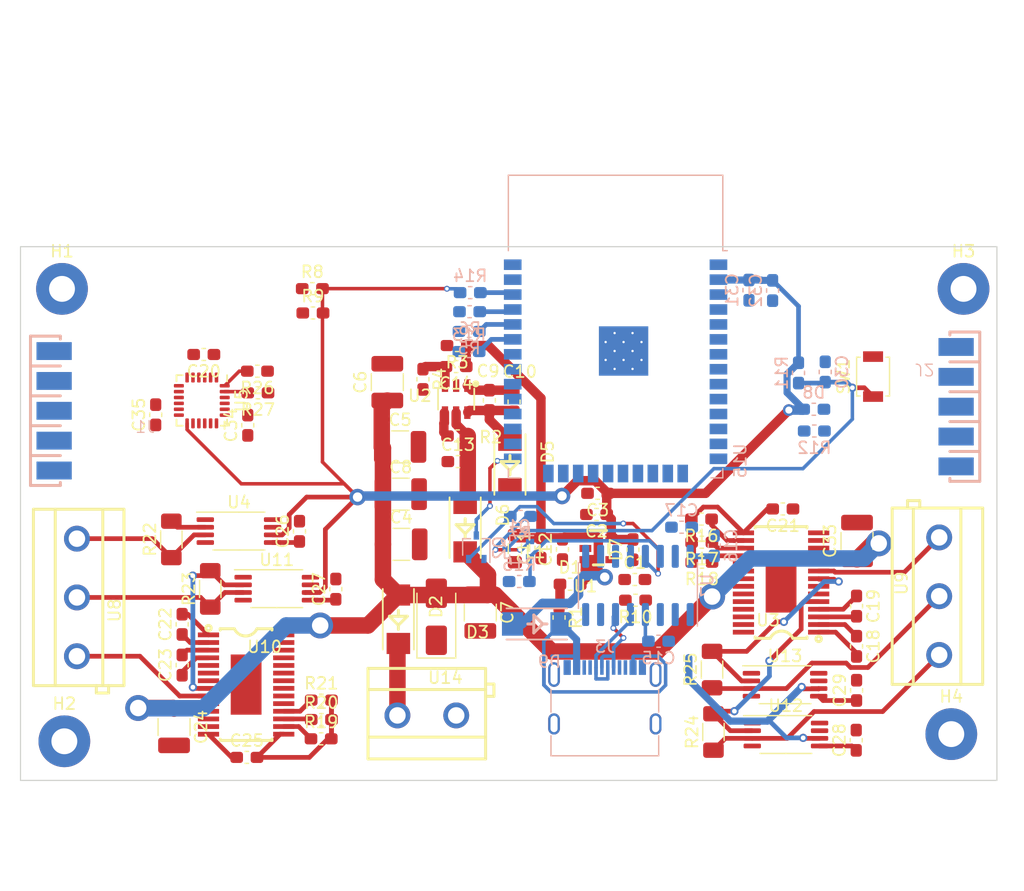
<source format=kicad_pcb>
(kicad_pcb (version 20221018) (generator pcbnew)
  (layers (0 "F.Cu" signal) (31 "B.Cu" signal) (34 "B.Paste" user) (35 "F.Paste" user) (36 "B.SilkS" user "B.Silkscreen") (37 "F.SilkS" user "F.Silkscreen") (38 "B.Mask" user) (39 "F.Mask" user) (44 "Edge.Cuts" user))
  (net 0 "")
  (net 1 "Net-(U1-BYPASS)")
  (net 2 "GND")
  (net 3 "+3V3")
  (net 4 "VCC")
  (net 5 "Net-(U2-BS)")
  (net 6 "Net-(D5-K)")
  (net 7 "+5V")
  (net 8 "Net-(D6-K)")
  (net 9 "Net-(U2-FB)")
  (net 10 "Net-(U7-V3)")
  (net 11 "Net-(U3-CP2)")
  (net 12 "Net-(U3-CP1)")
  (net 13 "Net-(C19-Pad1)")
  (net 14 "Net-(U3-VCP)")
  (net 15 "Net-(U3-V3P3OUT)")
  (net 16 "Net-(U10-CP2)")
  (net 17 "Net-(U10-CP1)")
  (net 18 "Net-(C23-Pad1)")
  (net 19 "Net-(U10-VCP)")
  (net 20 "Net-(U10-V3P3OUT)")
  (net 21 "Net-(U4-V+)")
  (net 22 "Net-(U11-V+)")
  (net 23 "Net-(U12-V+)")
  (net 24 "Net-(U13-V+)")
  (net 25 "/EN")
  (net 26 "Net-(D1-K)")
  (net 27 "Net-(D2-A)")
  (net 28 "Net-(D7-K)")
  (net 29 "Net-(D8-K)")
  (net 30 "Net-(Q1-B)")
  (net 31 "/RTS")
  (net 32 "Net-(Q2-B)")
  (net 33 "/DTR")
  (net 34 "/GPIO0")
  (net 35 "Net-(U2-EN)")
  (net 36 "Net-(U7-TXD)")
  (net 37 "/RXD")
  (net 38 "Net-(U7-RXD)")
  (net 39 "/TXD")
  (net 40 "/I2C1_SCL")
  (net 41 "/I2C1_SDA")
  (net 42 "/I2C2_SCL")
  (net 43 "/I2C2_SDA")
  (net 44 "Net-(U3-RESET#)")
  (net 45 "Net-(U3-SLEEP#)")
  (net 46 "/DRV2_FAULT")
  (net 47 "Net-(U10-RESET#)")
  (net 48 "Net-(U10-SLEEP#)")
  (net 49 "/DRV1_FAULT")
  (net 50 "/M1_OUT1_N")
  (net 51 "/M1_OUT1_P")
  (net 52 "/M1_OUT2_N")
  (net 53 "/M1_OUT2_P")
  (net 54 "/M2_OUT1_N")
  (net 55 "/M2_OUT1_P")
  (net 56 "/M2_OUT2_N")
  (net 57 "/M2_OUT2_P")
  (net 58 "/M2_OUT3")
  (net 61 "/DRV2_EN")
  (net 62 "/M2_IN3")
  (net 63 "/M2_IN2")
  (net 64 "/M2_IN1")
  (net 65 "/M1_OUT1_CS")
  (net 66 "/D+")
  (net 67 "/D-")
  (net 75 "/M1_OUT3")
  (net 78 "/DRV1_EN")
  (net 79 "/M1_IN3")
  (net 80 "/M1_IN2")
  (net 81 "/M1_IN1")
  (net 82 "/M1_OUT2_CS")
  (net 83 "/M2_OUT1_CS")
  (net 84 "/M2_OUT2_CS")
  (net 96 "Net-(D9-A)")
  (net 111 "/LED")
  (net 112 "Net-(U5-VLOGIC)")
  (net 113 "Net-(U5-CPOUT)")
  (net 114 "Net-(U5-REGOUT)")
  (net 115 "Net-(U5-SDA)")
  (net 116 "Net-(U5-SCL)")
  (footprint "Capacitor_SMD:C_0603_1608Metric_Pad1.08x0.95mm_HandSolder" (layer "F.Cu") (at 83.9675 91.29 90)
    (fp_text reference "C12")
    (fp_text value "10u")
  )
  (footprint "Capacitor_SMD:C_0603_1608Metric_Pad1.08x0.95mm_HandSolder" (layer "F.Cu") (at 58.06 77.97 180)
    (fp_text reference "R27")
    (fp_text value "47R")
  )
  (footprint "kicad_lceda:DO-214AC_L5.0-W2.5-LS5.0-FD" (layer "F.Cu") (at 70.01 97.23 -90)
    (fp_text reference "D2")
    (fp_text value "1N4003")
  )
  (footprint "Capacitor_SMD:C_0603_1608Metric_Pad1.08x0.95mm_HandSolder" (layer "F.Cu") (at 75.05 81.64 180)
    (fp_text reference "R2")
    (fp_text value "1M")
  )
  (footprint "Capacitor_SMD:C_0603_1608Metric_Pad1.08x0.95mm_HandSolder" (layer "F.Cu") (at 102.71 87.85 180)
    (fp_text reference "C21")
    (fp_text value "470n")
  )
  (footprint "Capacitor_SMD:C_0603_1608Metric_Pad1.08x0.95mm_HandSolder" (layer "F.Cu") (at 108.95375 107.519 90)
    (fp_text reference "C28")
    (fp_text value "100n")
  )
  (footprint "Capacitor_SMD:C_0603_1608Metric_Pad1.08x0.95mm_HandSolder" (layer "F.Cu") (at 82.1375 91.1625 90)
    (fp_text reference "C11")
    (fp_text value "100n")
  )
  (footprint "Capacitor_SMD:C_0603_1608Metric_Pad1.08x0.95mm_HandSolder" (layer "F.Cu") (at 63.44 107.4)
    (fp_text reference "R19")
    (fp_text value "10k")
  )
  (footprint "Capacitor_SMD:C_0603_1608Metric_Pad1.08x0.95mm_HandSolder" (layer "F.Cu") (at 64.69 94.67 90)
    (fp_text reference "C27")
    (fp_text value "100n")
  )
  (footprint "MountingHole:MountingHole_2.2mm_M2_Pad" (layer "F.Cu") (at 118.08 69.13)
    (fp_text reference "H3")
    (fp_text value "MountingHole")
  )
  (footprint "Capacitor_SMD:C_0603_1608Metric_Pad1.08x0.95mm_HandSolder" (layer "F.Cu") (at 53.46 74.71 180)
    (fp_text reference "C20")
    (fp_text value "100n")
  )
  (footprint "kicad_lceda:TSSOP-28_L9.7-W4.4-P0.65-LS6.4-TL-EP-2" (layer "F.Cu") (at 57.06 102.785)
    (fp_text reference "U10")
    (fp_text value "DRV8313PWP")
  )
  (footprint "kicad_lceda:DO-214AC_L5.0-W2.5-LS5.0-FD" (layer "F.Cu") (at 79.5 84.07 -90)
    (fp_text reference "D5")
    (fp_text value "1N4003")
  )
  (footprint "Button_Switch_SMD:SW_SPST_B3U-1000P" (layer "F.Cu") (at 110.385 76.59 90)
    (fp_text reference "SW1")
    (fp_text value "SW_Push")
  )
  (footprint "Package_SO:TSSOP-8_4.4x3mm_P0.65mm" (layer "F.Cu") (at 102.9725 107.035)
    (fp_text reference "U12")
    (fp_text value "INA240A2PW")
  )
  (footprint "Capacitor_SMD:C_0603_1608Metric_Pad1.08x0.95mm_HandSolder" (layer "F.Cu") (at 90.12 93.85)
    (fp_text reference "C1")
    (fp_text value "10n")
  )
  (footprint "Package_SO:TSSOP-8_4.4x3mm_P0.65mm" (layer "F.Cu") (at 59.67 94.63)
    (fp_text reference "U11")
    (fp_text value "INA240A2PW")
  )
  (footprint "Resistor_SMD:R_1206_3216Metric_Pad1.30x1.75mm_HandSolder" (layer "F.Cu") (at 54.01 94.65 90)
    (fp_text reference "R23")
    (fp_text value "0.01R")
  )
  (footprint "Capacitor_SMD:C_0603_1608Metric_Pad1.08x0.95mm_HandSolder" (layer "F.Cu") (at 90.18 95.61 180)
    (fp_text reference "R10")
    (fp_text value "10k")
  )
  (footprint "Capacitor_SMD:C_0603_1608Metric_Pad1.08x0.95mm_HandSolder" (layer "F.Cu") (at 57.2 80.73 90)
    (fp_text reference "C34")
    (fp_text value "2.2u")
  )
  (footprint "kicad_lceda:CONN-TH_3P-P5.00_KF301-5.0-3P" (layer "F.Cu") (at 42.67 95.376 -90)
    (fp_text reference "U8")
    (fp_text value "KF301-5.0-3P")
  )
  (footprint "Capacitor_SMD:C_0603_1608Metric_Pad1.08x0.95mm_HandSolder" (layer "F.Cu") (at 95.8275 92.38 180)
    (fp_text reference "R18")
    (fp_text value "10k")
  )
  (footprint "Package_SO:TSSOP-8_4.4x3mm_P0.65mm" (layer "F.Cu") (at 102.9 102.8)
    (fp_text reference "U13")
    (fp_text value "INA240A2PW")
  )
  (footprint "kicad_lceda:CONN-TH_3P-P5.00_KF301-5.0-3P" (layer "F.Cu") (at 116.01 95.27 90)
    (fp_text reference "U9")
    (fp_text value "KF301-5.0-3P")
  )
  (footprint "Capacitor_SMD:C_0603_1608Metric_Pad1.08x0.95mm_HandSolder" (layer "F.Cu") (at 86.8675 88.32 180)
    (fp_text reference "C2")
    (fp_text value "100n")
  )
  (footprint "Capacitor_SMD:C_0603_1608Metric_Pad1.08x0.95mm_HandSolder" (layer "F.Cu") (at 62.7425 71.18)
    (fp_text reference "R9")
    (fp_text value "4.7k")
  )
  (footprint "Capacitor_SMD:C_0603_1608Metric_Pad1.08x0.95mm_HandSolder" (layer "F.Cu") (at 72.1 76.82 -90)
    (fp_text reference "R4")
    (fp_text value "1.8k")
  )
  (footprint "Sensor_Motion:InvenSense_QFN-24_4x4mm_P0.5mm" (layer "F.Cu") (at 53.29 78.62 -90)
    (fp_text reference "U5")
    (fp_text value "MPU-6050")
  )
  (footprint "Capacitor_SMD:C_0603_1608Metric_Pad1.08x0.95mm_HandSolder" (layer "F.Cu") (at 51.62 101.1295 90)
    (fp_text reference "C23")
    (fp_text value "100n")
  )
  (footprint "Resistor_SMD:R_1206_3216Metric_Pad1.30x1.75mm_HandSolder" (layer "F.Cu") (at 50.7 90.44 90)
    (fp_text reference "R22")
    (fp_text value "0.01R")
  )
  (footprint "Inductor_SMD:L_0805_2012Metric_Pad1.05x1.20mm_HandSolder" (layer "F.Cu") (at 79.9175 91.23 90)
    (fp_text reference "L1")
    (fp_text value "6.8u")
  )
  (footprint "Capacitor_SMD:C_0603_1608Metric_Pad1.08x0.95mm_HandSolder" (layer "F.Cu") (at 77.75 78.61 -90)
    (fp_text reference "C9")
    (fp_text value "100n")
  )
  (footprint "Capacitor_SMD:C_0603_1608Metric_Pad1.08x0.95mm_HandSolder" (layer "F.Cu") (at 75.08 83.82)
    (fp_text reference "C13")
    (fp_text value "10u")
  )
  (footprint "Capacitor_SMD:C_0603_1608Metric_Pad1.08x0.95mm_HandSolder" (layer "F.Cu") (at 57.12 108.98)
    (fp_text reference "C25")
    (fp_text value "470n")
  )
  (footprint "Capacitor_SMD:C_0603_1608Metric_Pad1.08x0.95mm_HandSolder" (layer "F.Cu") (at 51.62 97.6645 90)
    (fp_text reference "C22")
    (fp_text value "100n")
  )
  (footprint "Capacitor_SMD:C_0603_1608Metric_Pad1.08x0.95mm_HandSolder" (layer "F.Cu") (at 79.85 78.73 -90)
    (fp_text reference "C10")
    (fp_text value "100n")
  )
  (footprint "Capacitor_SMD:C_0603_1608Metric_Pad1.08x0.95mm_HandSolder" (layer "F.Cu") (at 89.9575 91.31 90)
    (fp_text reference "D7")
    (fp_text value "LED")
  )
  (footprint "Capacitor_SMD:C_1210_3225Metric_Pad1.33x2.70mm_HandSolder" (layer "F.Cu") (at 69.07 77.0625 90)
    (fp_text reference "C6")
    (fp_text value "100u")
  )
  (footprint "Capacitor_SMD:C_0603_1608Metric_Pad1.08x0.95mm_HandSolder" (layer "F.Cu") (at 49.37 79.84 90)
    (fp_text reference "C35")
    (fp_text value "100n")
  )
  (footprint "Resistor_SMD:R_1206_3216Metric_Pad1.30x1.75mm_HandSolder" (layer "F.Cu") (at 96.81 106.82 90)
    (fp_text reference "R24")
    (fp_text value "0.01R")
  )
  (footprint "Capacitor_SMD:C_0603_1608Metric_Pad1.08x0.95mm_HandSolder" (layer "F.Cu") (at 74.92 75.74 180)
    (fp_text reference "C14")
    (fp_text value "100p")
  )
  (footprint "Capacitor_SMD:C_0603_1608Metric_Pad1.08x0.95mm_HandSolder" (layer "F.Cu") (at 95.79 88.71 180)
    (fp_text reference "R16")
    (fp_text value "10k")
  )
  (footprint "Capacitor_SMD:C_0603_1608Metric_Pad1.08x0.95mm_HandSolder" (layer "F.Cu") (at 63.4575 104.11)
    (fp_text reference "R21")
    (fp_text value "10k")
  )
  (footprint "Capacitor_SMD:C_1210_3225Metric_Pad1.33x2.70mm_HandSolder" (layer "F.Cu") (at 70.26 90.86)
    (fp_text reference "C4")
    (fp_text value "100u")
  )
  (footprint "Capacitor_SMD:C_1210_3225Metric_Pad1.33x2.70mm_HandSolder" (layer "F.Cu") (at 50.93 106.397 -90)
    (fp_text reference "C24")
    (fp_text value "100u")
  )
  (footprint "kicad_lceda:SOT-23-6_L2.9-W1.6-P0.95-LS2.8-BL" (layer "F.Cu") (at 74.9235 78.5075 180)
    (fp_text reference "U2")
    (fp_text value "ME3116AM6G")
  )
  (footprint "kicad_lceda:CONN-TH_P5.00_KF301-5.0-2P" (layer "F.Cu") (at 72.43 105.41)
    (fp_text reference "U14")
    (fp_text value "KF301-5.0-2P")
  )
  (footprint "Package_SO:TSSOP-8_4.4x3mm_P0.65mm" (layer "F.Cu") (at 56.45 89.73)
    (fp_text reference "U4")
    (fp_text value "INA240A2PW")
  )
  (footprint "Diode_SMD:D_SMA" (layer "F.Cu") (at 73.24 97.02 90)
    (fp_text reference "D3")
    (fp_text value "SMAJ15CA")
  )
  (footprint "Capacitor_SMD:C_0603_1608Metric_Pad1.08x0.95mm_HandSolder" (layer "F.Cu") (at 86.96 86.52 180)
    (fp_text reference "C3")
    (fp_text value "10u")
  )
  (footprint "Capacitor_SMD:C_1210_3225Metric_Pad1.33x2.70mm_HandSolder" (layer "F.Cu") (at 109.02 90.57 90)
    (fp_text reference "C33")
    (fp_text value "100u")
  )
  (footprint "Capacitor_SMD:C_0603_1608Metric_Pad1.08x0.95mm_HandSolder" (layer "F.Cu") (at 84.6175 94.25)
    (fp_text reference "D1")
    (fp_text value "Red")
  )
  (footprint "Capacitor_SMD:C_0603_1608Metric_Pad1.08x0.95mm_HandSolder" (layer "F.Cu") (at 108.98 99.5325 -90)
    (fp_text reference "C18")
    (fp_text value "100n")
  )
  (footprint "MountingHole:MountingHole_2.2mm_M2_Pad" (layer "F.Cu") (at 41.4 69.13)
    (fp_text reference "H1")
    (fp_text value "MountingHole")
  )
  (footprint "Capacitor_SMD:C_1210_3225Metric_Pad1.33x2.70mm_HandSolder" (layer "F.Cu") (at 70.21 86.59)
    (fp_text reference "C8")
    (fp_text value "100u")
  )
  (footprint "Capacitor_SMD:C_0603_1608Metric_Pad1.08x0.95mm_HandSolder" (layer "F.Cu") (at 62.6925 69.11)
    (fp_text reference "R8")
    (fp_text value "4.7k")
  )
  (footprint "Capacitor_SMD:C_0603_1608Metric_Pad1.08x0.95mm_HandSolder" (layer "F.Cu") (at 95.8175 90.68 180)
    (fp_text reference "R17")
    (fp_text value "10k")
  )
  (footprint "Resistor_SMD:R_1206_3216Metric_Pad1.30x1.75mm_HandSolder" (layer "F.Cu") (at 96.69 101.51 90)
    (fp_text reference "R25")
    (fp_text value "0.01R")
  )
  (footprint "Capacitor_SMD:C_1210_3225Metric_Pad1.33x2.70mm_HandSolder" (layer "F.Cu") (at 70.16 82.57)
    (fp_text reference "C5")
    (fp_text value "100u")
  )
  (footprint "MountingHole:MountingHole_2.2mm_M2_Pad" (layer "F.Cu") (at 117.04 107)
    (fp_text reference "H4")
    (fp_text value "MountingHole")
  )
  (footprint "Capacitor_SMD:C_0603_1608Metric_Pad1.08x0.95mm_HandSolder" (layer "F.Cu") (at 75.01 73.95 180)
    (fp_text reference "R3")
    (fp_text value "10k")
  )
  (footprint "Capacitor_SMD:C_0603_1608Metric_Pad1.08x0.95mm_HandSolder" (layer "F.Cu") (at 108.98 96.1125 -90)
    (fp_text reference "C19")
    (fp_text value "100n")
  )
  (footprint "kicad_lceda:SOT-23-5_L2.9-W1.6-P0.95-LS2.8-BR" (layer "F.Cu") (at 87.0175 91.21 180)
    (fp_text reference "U1")
    (fp_text value "LP2992IM5X-5.0/NOPB")
  )
  (footprint "Capacitor_SMD:C_0603_1608Metric_Pad1.08x0.95mm_HandSolder" (layer "F.Cu") (at 83.6775 97.08 -90)
    (fp_text reference "R1")
    (fp_text value "2k")
  )
  (footprint "Capacitor_SMD:C_1210_3225Metric_Pad1.33x2.70mm_HandSolder" (layer "F.Cu") (at 76.98 96.66 -90)
    (fp_text reference "C7")
    (fp_text value "100u")
  )
  (footprint "Capacitor_SMD:C_0603_1608Metric_Pad1.08x0.95mm_HandSolder" (layer "F.Cu") (at 108.98375 103.279 90)
    (fp_text reference "C29")
    (fp_text value "100n")
  )
  (footprint "MountingHole:MountingHole_2.2mm_M2_Pad" (layer "F.Cu") (at 41.6 107.61)
    (fp_text reference "H2")
    (fp_text value "MountingHole")
  )
  (footprint "kicad_lceda:DO-214AC_L5.0-W2.5-LS5.0-FD" (layer "F.Cu") (at 75.69 89.44 -90)
    (fp_text reference "D6")
    (fp_text value "1N4003")
  )
  (footprint "Capacitor_SMD:C_0603_1608Metric_Pad1.08x0.95mm_HandSolder" (layer "F.Cu") (at 61.6 89.7525 90)
    (fp_text reference "C26")
    (fp_text value "100n")
  )
  (footprint "Capacitor_SMD:C_0603_1608Metric_Pad1.08x0.95mm_HandSolder" (layer "F.Cu") (at 63.46 105.76)
    (fp_text reference "R20")
    (fp_text value "10k")
  )
  (footprint "Capacitor_SMD:C_0603_1608Metric_Pad1.08x0.95mm_HandSolder" (layer "F.Cu") (at 58.02 76.13 180)
    (fp_text reference "R26")
    (fp_text value "47R")
  )
  (footprint "kicad_lceda:TSSOP-28_L9.7-W4.4-P0.65-LS6.4-TL-EP-2" (layer "F.Cu") (at 102.56 94.105 180)
    (fp_text reference "U3")
    (fp_text value "DRV8313PWP")
  )
  (footprint "Capacitor_SMD:C_0603_1608Metric_Pad1.08x0.95mm_HandSolder" (layer "B.Cu") (at 106.315 76.1975 90)
    (fp_text reference "C30")
    (fp_text value "1u")
  )
  (footprint "Connector_USB:USB_C_Receptacle_G-Switch_GT-USB-7010ASV" (layer "B.Cu") (at 87.57 105.06 180)
    (fp_text reference "J3")
    (fp_text value "USB_C_Receptacle_USB2.0")
  )
  (footprint "Capacitor_SMD:C_0603_1608Metric_Pad1.08x0.95mm_HandSolder" (layer "B.Cu") (at 80.29 94.02 180)
    (fp_text reference "R15")
    (fp_text value "10k")
  )
  (footprint "Capacitor_SMD:C_0603_1608Metric_Pad1.08x0.95mm_HandSolder" (layer "B.Cu") (at 80.39 88.48)
    (fp_text reference "R7")
    (fp_text value "10k")
  )
  (footprint "Capacitor_SMD:C_0603_1608Metric_Pad1.08x0.95mm_HandSolder" (layer "B.Cu") (at 105.3875 81.22)
    (fp_text reference "R12")
    (fp_text value "10k")
  )
  (footprint "Capacitor_SMD:C_0603_1608Metric_Pad1.08x0.95mm_HandSolder" (layer "B.Cu") (at 105.345 79.37 180)
    (fp_text reference "D8")
    (fp_text value "LED")
  )
  (footprint "Capacitor_SMD:C_0603_1608Metric_Pad1.08x0.95mm_HandSolder" (layer "B.Cu") (at 76.12 69.45 180)
    (fp_text reference "R14")
    (fp_text value "4.7k")
  )
  (footprint "Package_TO_SOT_SMD:SOT-323_SC-70" (layer "B.Cu") (at 80.21 91.27 180)
    (fp_text reference "Q1")
    (fp_text value "BC818W")
  )
  (footprint "kicad_lceda:DO-214AC_L5.0-W2.5-LS5.0-FD" (layer "B.Cu") (at 81.78 97.63)
    (fp_text reference "D9")
    (fp_text value "1N4003")
  )
  (footprint "Capacitor_SMD:C_0603_1608Metric_Pad1.08x0.95mm_HandSolder" (layer "B.Cu") (at 76.02 74.46 180)
    (fp_text reference "R13")
    (fp_text value "4.7k")
  )
  (footprint "Capacitor_SMD:C_0603_1608Metric_Pad1.08x0.95mm_HandSolder" (layer "B.Cu") (at 92.14 99.1)
    (fp_text reference "C15")
    (fp_text value "100n")
  )
  (footprint "Capacitor_SMD:C_0603_1608Metric_Pad1.08x0.95mm_HandSolder" (layer "B.Cu") (at 76.07 71.07)
    (fp_text reference "R6")
    (fp_text value "120R")
  )
  (footprint "RF_Module:ESP32-WROOM-32" (layer "B.Cu") (at 88.485 75.325 180)
    (fp_text reference "U15")
    (fp_text value "ESP32-WROOM-32")
  )
  (footprint "Capacitor_SMD:C_0603_1608Metric_Pad1.08x0.95mm_HandSolder" (layer "B.Cu") (at 101.84 69.27 -90)
    (fp_text reference "C32")
    (fp_text value "10u")
  )
  (footprint "Package_SO:SOIC-16_3.9x9.9mm_P1.27mm" (layer "B.Cu") (at 90.385 94.355 90)
    (fp_text reference "U7")
    (fp_text value "CH340C")
  )
  (footprint "kicad_lceda:connector_5p" (layer "B.Cu") (at 109.703 77.277)
    (fp_text reference "J2")
    (fp_text value "Conn_01x05")
  )
  (footprint "kicad_lceda:connector_5p" (layer "B.Cu") (at 48.477 81.373 180)
    (fp_text reference "J1")
    (fp_text value "Conn_01x05")
  )
  (footprint "Capacitor_SMD:C_0603_1608Metric_Pad1.08x0.95mm_HandSolder" (layer "B.Cu") (at 76.03 72.75)
    (fp_text reference "R5")
    (fp_text value "120R")
  )
  (footprint "Capacitor_SMD:C_0603_1608Metric_Pad1.08x0.95mm_HandSolder" (layer "B.Cu") (at 99.83 69.24 -90)
    (fp_text reference "C31")
    (fp_text value "100n")
  )
  (footprint "Package_TO_SOT_SMD:SOT-323_SC-70" (layer "B.Cu") (at 76.6375 91.105 90)
    (fp_text reference "Q2")
    (fp_text value "BC818W")
  )
  (footprint "Capacitor_SMD:C_0603_1608Metric_Pad1.08x0.95mm_HandSolder" (layer "B.Cu") (at 94.1 89.4 180)
    (fp_text reference "C17")
    (fp_text value "100n")
  )
  (footprint "Capacitor_SMD:C_0603_1608Metric_Pad1.08x0.95mm_HandSolder" (layer "B.Cu") (at 96.88 90.98 90)
    (fp_text reference "C16")
    (fp_text value "10u")
  )
  (footprint "Capacitor_SMD:C_0603_1608Metric_Pad1.08x0.95mm_HandSolder" (layer "B.Cu") (at 104.045 76.28 -90)
    (fp_text reference "R11")
    (fp_text value "10k")
  )
  (gr_rect (start 37.87 65.54) (end 120.92 110.94) (stroke (width 0.1)) (fill none) (layer "Edge.Cuts"))
  (segment (start 56.2575 108.98) (end 55.83 108.98) (width 0.4) (layer "F.Cu") (net 2))
  (segment (start 55.83 108.98) (end 53.86 107.01) (width 0.4) (layer "F.Cu") (net 2))
  (segment (start 88.1175 90.26) (end 88.1175 88.7075) (width 0.8) (layer "F.Cu") (net 3))
  (segment (start 52.04 81.096041) (end 56.653959 85.71) (width 0.3) (layer "F.Cu") (net 3))
  (segment (start 62.115 94.955) (end 62.1 94.97) (width 0.4) (layer "F.Cu") (net 3))
  (segment (start 88.305 90.4475) (end 88.1175 90.26) (width 0.8) (layer "F.Cu") (net 3))
  (segment (start 62.210939 86.84) (end 66.54 86.84) (width 0.4) (layer "F.Cu") (net 3))
  (segment (start 104.48 107.36) (end 104.44 107.32) (width 0.4) (layer "F.Cu") (net 3))
  (segment (start 88.1175 88.7075) (end 87.73 88.32) (width 0.8) (layer "F.Cu") (net 3))
  (segment (start 89.9575 90.4475) (end 88.305 90.4475) (width 0.8) (layer "F.Cu") (net 3))
  (segment (start 62.5325 94.955) (end 63.327107 94.955) (width 0.4) (layer "F.Cu") (net 3))
  (segment (start 96.14 86.52) (end 87.8225 86.52) (width 0.8) (layer "F.Cu") (net 3))
  (segment (start 87.73 88.32) (end 87.73 86.6125) (width 0.8) (layer "F.Cu") (net 3))
  (segment (start 56.653959 85.71) (end 65.41 85.71) (width 0.3) (layer "F.Cu") (net 3))
  (segment (start 86.7475 85.445) (end 85.235 85.445) (width 0.8) (layer "F.Cu") (net 3))
  (segment (start 105.76 103.15) (end 104.47 103.15) (width 0.4) (layer "F.Cu") (net 3))
  (segment (start 87.73 86.6125) (end 87.8225 86.52) (width 0.8) (layer "F.Cu") (net 3))
  (segment (start 63.327107 94.955) (end 63.8 94.482107) (width 0.4) (layer "F.Cu") (net 3))
  (segment (start 59.3125 90.055) (end 60.124061 90.055) (width 0.4) (layer "F.Cu") (net 3))
  (segment (start 87.8225 86.52) (end 86.7475 85.445) (width 0.8) (layer "F.Cu") (net 3))
  (segment (start 60.725 89.454061) (end 60.725 88.325939) (width 0.4) (layer "F.Cu") (net 3))
  (segment (start 66.54 86.84) (end 63.555 83.855) (width 0.3) (layer "F.Cu") (net 3))
  (segment (start 74.13 69.11) (end 74.14 69.12) (width 0.3) (layer "F.Cu") (net 3))
  (segment (start 63.8 89.58) (end 66.54 86.84) (width 0.4) (layer "F.Cu") (net 3))
  (segment (start 63.8 94.482107) (end 63.8 89.58) (width 0.4) (layer "F.Cu") (net 3))
  (segment (start 62.5325 94.955) (end 62.115 94.955) (width 0.4) (layer "F.Cu") (net 3))
  (segment (start 105.7625 103.1475) (end 105.76 103.15) (width 0.4) (layer "F.Cu") (net 3))
  (segment (start 63.555 69.11) (end 74.13 69.11) (width 0.3) (layer "F.Cu") (net 3))
  (segment (start 103.22 79.44) (end 96.14 86.52) (width 0.8) (layer "F.Cu") (net 3))
  (segment (start 52.04 80.57) (end 52.04 81.096041) (width 0.3) (layer "F.Cu") (net 3))
  (segment (start 65.41 85.71) (end 66.54 86.84) (width 0.3) (layer "F.Cu") (net 3))
  (segment (start 104.47 103.15) (end 104.31 102.99) (width 0.4) (layer "F.Cu") (net 3))
  (segment (start 63.555 83.855) (end 63.555 69.11) (width 0.3) (layer "F.Cu") (net 3))
  (segment (start 85.235 85.445) (end 83.93 86.75) (width 0.8) (layer "F.Cu") (net 3))
  (segment (start 105.835 107.36) (end 104.48 107.36) (width 0.4) (layer "F.Cu") (net 3))
  (segment (start 60.725 88.325939) (end 62.210939 86.84) (width 0.4) (layer "F.Cu") (net 3))
  (segment (start 105.7625 103.125) (end 105.7625 103.1475) (width 0.4) (layer "F.Cu") (net 3))
  (segment (start 60.124061 90.055) (end 60.725 89.454061) (width 0.4) (layer "F.Cu") (net 3))
  (via (at 104.44 107.32) (size 0.7) (drill 0.4) (layers "F.Cu" "B.Cu") (net 3))
  (via (at 83.93 86.75) (size 1.4) (drill 0.8) (layers "F.Cu" "B.Cu") (net 3))
  (via (at 74.14 69.12) (size 0.5) (drill 0.3) (layers "F.Cu" "B.Cu") (net 3))
  (via (at 104.31 102.99) (size 0.7) (drill 0.4) (layers "F.Cu" "B.Cu") (net 3))
  (via (at 103.22 79.44) (size 1) (drill 0.6) (layers "F.Cu" "B.Cu") (net 3))
  (via (at 66.54 86.84) (size 1.4) (drill 0.8) (layers "F.Cu" "B.Cu") (net 3))
  (segment (start 104.31 102.99) (end 101.5 105.8) (width 0.6) (layer "B.Cu") (net 3))
  (segment (start 99.83 68.3775) (end 100.8475 68.3775) (width 0.6) (layer "B.Cu") (net 3))
  (segment (start 101.4 105.9) (end 101.5 105.8) (width 0.6) (layer "B.Cu") (net 3))
  (segment (start 104.4825 79.37) (end 103.07 77.9575) (width 0.6) (layer "B.Cu") (net 3))
  (segment (start 100.88 68.41) (end 100.8825 68.4075) (width 0.6) (layer "B.Cu") (net 3))
  (segment (start 100.8825 68.4075) (end 101.84 68.4075) (width 0.6) (layer "B.Cu") (net 3))
  (segment (start 104.045 70.6125) (end 104.045 75.4175) (width 0.4) (layer "B.Cu") (net 3))
  (segment (start 103.07 76.3925) (end 104.045 75.4175) (width 0.6) (layer "B.Cu") (net 3))
  (segment (start 98.237918 105.9) (end 101.4 105.9) (width 0.6) (layer "B.Cu") (net 3))
  (segment (start 103.07 77.9575) (end 103.07 76.3925) (width 0.6) (layer "B.Cu") (net 3))
  (segment (start 83.93 86.75) (end 66.63 86.75) (width 0.8) (layer "B.Cu") (net 3))
  (segment (start 66.63 86.75) (end 66.54 86.84) (width 0.8) (layer "B.Cu") (net 3))
  (segment (start 100.8475 68.3775) (end 100.88 68.41) (width 0.6) (layer "B.Cu") (net 3))
  (segment (start 103.22 79.44) (end 104.4125 79.44) (width 0.8) (layer "B.Cu") (net 3))
  (segment (start 74.14 69.12) (end 74.9275 69.12) (width 0.3) (layer "B.Cu") (net 3))
  (segment (start 101.84 68.4075) (end 101.7775 68.345) (width 0.4) (layer "B.Cu") (net 3))
  (segment (start 98.279339 105.8) (end 94.71 102.230661) (width 0.4) (layer "B.Cu") (net 3))
  (segment (start 103.02 107.32) (end 101.5 105.8) (width 0.4) (layer "B.Cu") (net 3))
  (segment (start 101.5 105.8) (end 98.279339 105.8) (width 0.4) (layer "B.Cu") (net 3))
  (segment (start 94.71 100.5) (end 94.71 102.372082) (width 0.6) (layer "B.Cu") (net 3))
  (segment (start 104.44 107.32) (end 103.02 107.32) (width 0.4) (layer "B.Cu") (net 3))
  (segment (start 94.71 102.230661) (end 94.71 100.5) (width 0.6) (layer "B.Cu") (net 3))
  (segment (start 104.4125 79.44) (end 104.4825 79.37) (width 0.8) (layer "B.Cu") (net 3))
  (segment (start 74.9275 69.12) (end 75.2575 69.45) (width 0.3) (layer "B.Cu") (net 3))
  (segment (start 99.83 68.3775) (end 97.2675 68.3775) (width 0.6) (layer "B.Cu") (net 3))
  (segment (start 94.71 102.372082) (end 98.237918 105.9) (width 0.6) (layer "B.Cu") (net 3))
  (segment (start 97.2675 68.3775) (end 97.235 68.345) (width 0.6) (layer "B.Cu") (net 3))
  (segment (start 101.84 68.4075) (end 104.045 70.6125) (width 0.4) (layer "B.Cu") (net 3))
  (segment (start 47.88 104.78) (end 50.8755 104.78) (width 1.4) (layer "F.Cu") (net 4))
  (segment (start 77.63 93.44) (end 75.69 91.5) (width 1.4) (layer "F.Cu") (net 4))
  (segment (start 70.01 95.17) (end 77.605 95.17) (width 1.4) (layer "F.Cu") (net 4))
  (segment (start 53.86 105.06) (end 51.1555 105.06) (width 0.4) (layer "F.Cu") (net 4))
  (segment (start 50.8755 104.78) (end 50.93 104.8345) (width 1.4) (layer "F.Cu") (net 4))
  (segment (start 68.6975 82.67) (end 68.5975 82.57) (width 1.4) (layer "F.Cu") (net 4))
  (segment (start 68.6975 93.8575) (end 68.6975 90.86) (width 1.4) (layer "F.Cu") (net 4))
  (segment (start 92.03 99.97) (end 96.7 95.3) (width 1.4) (layer "F.Cu") (net 4))
  (segment (start 78.22 95.145) (end 83.045 99.97) (width 1.4) (layer "F.Cu") (net 4))
  (segment (start 105.76 91.83) (end 108.7175 91.83) (width 0.4) (layer "F.Cu") (net 4))
  (segment (start 77.605 95.17) (end 77.63 95.145) (width 1.4) (layer "F.Cu") (net 4))
  (segment (start 108.7175 91.83) (end 109.02 92.1325) (width 0.4) (layer "F.Cu") (net 4))
  (segment (start 70.01 95.17) (end 68.6975 93.8575) (width 1.4) (layer "F.Cu") (net 4))
  (segment (start 68.5975 79.0975) (end 69.07 78.625) (width 1.4) (layer "F.Cu") (net 4))
  (segment (start 67.42 97.76) (end 63.36 97.76) (width 1.4) (layer "F.Cu") (net 4))
  (segment (start 68.6975 90.86) (end 68.6975 82.67) (width 1.4) (layer "F.Cu") (net 4))
  (segment (start 83.045 99.97) (end 92.03 99.97) (width 1.4) (layer "F.Cu") (net 4))
  (segment (start 77.63 95.145) (end 77.63 93.44) (width 1.4) (layer "F.Cu") (net 4))
  (segment (start 70.01 95.17) (end 67.42 97.76) (width 1.4) (layer "F.Cu") (net 4))
  (segment (start 51.1555 105.06) (end 50.93 104.8345) (width 0.4) (layer "F.Cu") (net 4))
  (segment (start 68.5975 82.57) (end 68.5975 79.0975) (width 1.4) (layer "F.Cu") (net 4))
  (segment (start 77.63 95.145) (end 78.22 95.145) (width 1.4) (layer "F.Cu") (net 4))
  (segment (start 110.868529 90.776708) (end 110.375792 90.776708) (width 1.4) (layer "F.Cu") (net 4))
  (segment (start 110.375792 90.776708) (end 109.02 92.1325) (width 1.4) (layer "F.Cu") (net 4))
  (via (at 96.7 95.3) (size 2.2) (drill 1.4) (layers "F.Cu" "B.Cu") (net 4))
  (via (at 47.88 104.78) (size 2.2) (drill 1.4) (layers "F.Cu" "B.Cu") (net 4))
  (via (at 110.868529 90.776708) (size 2.2) (drill 1.4) (layers "F.Cu" "B.Cu") (net 4))
  (via (at 63.36 97.76) (size 2.2) (drill 1.4) (layers "F.Cu" "B.Cu") (net 4))
  (segment (start 109.585237 92.06) (end 110.868529 90.776708) (width 1.4) (layer "B.Cu") (net 4))
  (segment (start 63.36 97.76) (end 60.47 97.76) (width 1.4) (layer "B.Cu") (net 4))
  (segment (start 53.43 104.8) (end 47.9 104.8) (width 1.4) (layer "B.Cu") (net 4))
  (segment (start 96.7 95.3) (end 99.94 92.06) (width 1.4) (layer "B.Cu") (net 4))
  (segment (start 99.94 92.06) (end 109.585237 92.06) (width 1.4) (layer "B.Cu") (net 4))
  (segment (start 47.9 104.8) (end 47.88 104.78) (width 1.4) (layer "B.Cu") (net 4))
  (segment (start 60.47 97.76) (end 53.43 104.8) (width 1.4) (layer "B.Cu") (net 4))
  (segment (start 76.2625 77.7475) (end 75.8735 77.3585) (width 0.8) (layer "F.Cu") (net 5))
  (segment (start 79.73 77.7475) (end 79.85 77.8675) (width 0.8) (layer "F.Cu") (net 5))
  (segment (start 77.75 77.7475) (end 79.73 77.7475) (width 0.8) (layer "F.Cu") (net 5))
  (segment (start 77.75 77.7475) (end 76.2625 77.7475) (width 0.8) (layer "F.Cu") (net 5))
  (segment (start 77.75 79.4725) (end 79.73 79.4725) (width 0.8) (layer "F.Cu") (net 6))
  (segment (start 77.75 80.26) (end 79.5 82.01) (width 0.8) (layer "F.Cu") (net 6))
  (segment (start 76.0575 79.4725) (end 75.9235 79.6065) (width 0.8) (layer "F.Cu") (net 6))
  (segment (start 77.75 79.4725) (end 76.0575 79.4725) (width 0.8) (layer "F.Cu") (net 6))
  (segment (start 75.9235 79.6065) (end 75.9235 79.6565) (width 0.8) (layer "F.Cu") (net 6))
  (segment (start 79.73 79.4725) (end 79.85 79.5925) (width 0.8) (layer "F.Cu") (net 6))
  (segment (start 77.75 79.4725) (end 77.75 80.26) (width 0.8) (layer "F.Cu") (net 6))
  (segment (start 77.654404 73.95) (end 82.1375 78.433096) (width 0.8) (layer "F.Cu") (net 7))
  (segment (start 82.1375 78.433096) (end 82.1375 90.3) (width 0.8) (layer "F.Cu") (net 7))
  (segment (start 75.7825 75.74) (end 75.7825 74.04) (width 0.8) (layer "F.Cu") (net 7))
  (segment (start 86.9675 92.16) (end 85.9175 92.16) (width 0.8) (layer "F.Cu") (net 7))
  (segment (start 82.1375 90.3) (end 83.84 90.3) (width 0.8) (layer "F.Cu") (net 7))
  (segment (start 85.9175 90.26) (end 86.9675 90.26) (width 0.8) (layer "F.Cu") (net 7))
  (segment (start 86.7875 93.03) (end 85.9175 92.16) (width 0.8) (layer "F.Cu") (net 7))
  (segment (start 75.8725 73.95) (end 77.654404 73.95) (width 0.8) (layer "F.Cu") (net 7))
  (segment (start 87.39 93.48) (end 87.56 93.65) (width 0.8) (layer "F.Cu") (net 7))
  (segment (start 85.9175 93.03) (end 85.9175 93.8125) (width 0.8) (layer "F.Cu") (net 7))
  (segment (start 85.9175 93.03) (end 86.94 93.03) (width 0.8) (layer "F.Cu") (net 7))
  (segment (start 85.9175 92.16) (end 85.9175 93.03) (width 0.8) (layer "F.Cu") (net 7))
  (segment (start 84.135 90.26) (end 85.9175 90.26) (width 0.8) (layer "F.Cu") (net 7))
  (segment (start 87.0175 92.11) (end 86.9675 92.16) (width 0.8) (layer "F.Cu") (net 7))
  (segment (start 80.1375 90.3) (end 79.9175 90.08) (width 0.8) (layer "F.Cu") (net 7))
  (segment (start 83.84 90.3) (end 83.9675 90.4275) (width 0.8) (layer "F.Cu") (net 7))
  (segment (start 82.1375 90.3) (end 80.1375 90.3) (width 0.8) (layer "F.Cu") (net 7))
  (segment (start 86.9675 90.26) (end 87.0175 90.31) (width 0.8) (layer "F.Cu") (net 7))
  (segment (start 85.9175 93.8125) (end 85.48 94.25) (width 0.8) (layer "F.Cu") (net 7))
  (segment (start 85.48 94.25) (end 86.25 93.48) (width 0.8) (layer "F.Cu") (net 7))
  (segment (start 83.9675 90.4275) (end 84.135 90.26) (width 0.8) (layer "F.Cu") (net 7))
  (segment (start 86.94 93.03) (end 87.56 93.65) (width 0.8) (layer "F.Cu") (net 7))
  (segment (start 86.94 93.03) (end 86.7875 93.03) (width 0.8) (layer "F.Cu") (net 7))
  (segment (start 86.25 93.48) (end 87.39 93.48) (width 0.8) (layer "F.Cu") (net 7))
  (segment (start 87.0175 90.31) (end 87.0175 92.11) (width 0.8) (layer "F.Cu") (net 7))
  (segment (start 75.7825 74.04) (end 75.8725 73.95) (width 0.8) (layer "F.Cu") (net 7))
  (via (at 87.56 93.65) (size 1.4) (drill 0.8) (layers "F.Cu" "B.Cu") (net 7))
  (segment (start 94.83 91.88) (end 96.8425 91.88) (width 0.5) (layer "B.Cu") (net 7))
  (segment (start 85.77434 93.525) (end 87.435 93.525) (width 0.8) (layer "B.Cu") (net 7))
  (segment (start 85.335 93.96434) (end 85.77434 93.525) (width 0.8) (layer "B.Cu") (net 7))
  (segment (start 82.27 95.88) (end 84.6 95.88) (width 0.8) (layer "B.Cu") (net 7))
  (segment (start 82.27 95.88) (end 80.52 97.63) (width 0.8) (layer "B.Cu") (net 7))
  (segment (start 84.6 95.88) (end 85.335 95.145) (width 0.8) (layer "B.Cu") (net 7))
  (segment (start 87.435 93.525) (end 87.56 93.65) (width 0.8) (layer "B.Cu") (net 7))
  (segment (start 96.8425 91.88) (end 96.88 91.8425) (width 0.5) (layer "B.Cu") (net 7))
  (segment (start 85.335 95.145) (end 85.335 93.96434) (width 0.8) (layer "B.Cu") (net 7))
  (segment (start 74.9235 79.6565) (end 74.9235 80.651) (width 0.8) (layer "F.Cu") (net 8))
  (segment (start 74.9235 80.651) (end 75.9125 81.64) (width 0.8) (layer "F.Cu") (net 8))
  (segment (start 75.69 87.38) (end 75.9125 87.1575) (width 1.4) (layer "F.Cu") (net 8))
  (segment (start 75.9125 87.1575) (end 75.9125 81.64) (width 1.4) (layer "F.Cu") (net 8))
  (segment (start 73.9735 77.3585) (end 73.9735 75.824) (width 0.8) (layer "F.Cu") (net 9))
  (segment (start 74.0575 75.74) (end 72.3175 75.74) (width 0.8) (layer "F.Cu") (net 9))
  (segment (start 72.3175 75.74) (end 72.1 75.9575) (width 0.8) (layer "F.Cu") (net 9))
  (segment (start 73.9735 75.824) (end 74.0575 75.74) (width 0.8) (layer "F.Cu") (net 9))
  (segment (start 91.02 98.8425) (end 91.2775 99.1) (width 0.3) (layer "B.Cu") (net 10))
  (segment (start 91.02 96.83) (end 91.02 98.8425) (width 0.3) (layer "B.Cu") (net 10))
  (segment (start 108.98 98.67) (end 107.99 97.68) (width 0.4) (layer "F.Cu") (net 11))
  (segment (start 107.99 97.68) (end 105.76 97.68) (width 0.4) (layer "F.Cu") (net 11))
  (segment (start 108.98 100.395) (end 108.98 100.109061) (width 0.4) (layer "F.Cu") (net 12))
  (segment (start 108.98 100.109061) (end 107.200939 98.33) (width 0.4) (layer "F.Cu") (net 12))
  (segment (start 107.200939 98.33) (end 105.76 98.33) (width 0.4) (layer "F.Cu") (net 12))
  (segment (start 108.98 95.25) (end 107.85 96.38) (width 0.4) (layer "F.Cu") (net 13))
  (segment (start 107.85 96.38) (end 105.76 96.38) (width 0.4) (layer "F.Cu") (net 13))
  (segment (start 108.98 96.975) (end 108.925 97.03) (width 0.4) (layer "F.Cu") (net 14))
  (segment (start 108.925 97.03) (end 105.76 97.03) (width 0.4) (layer "F.Cu") (net 14))
  (segment (start 95.9475 87.69) (end 94.9275 88.71) (width 0.4) (layer "F.Cu") (net 15))
  (segment (start 97.167 87.69) (end 95.9475 87.69) (width 0.4) (layer "F.Cu") (net 15))
  (segment (start 94.9275 92.3425) (end 94.965 92.38) (width 0.8) (layer "F.Cu") (net 15))
  (segment (start 99.36 89.883) (end 97.167 87.69) (width 0.4) (layer "F.Cu") (net 15))
  (segment (start 101.393 87.85) (end 99.36 89.883) (width 0.4) (layer "F.Cu") (net 15))
  (segment (start 101.8475 87.85) (end 101.393 87.85) (width 0.4) (layer "F.Cu") (net 15))
  (segment (start 94.9275 88.71) (end 94.9275 92.3425) (width 0.8) (layer "F.Cu") (net 15))
  (segment (start 51.62 98.527) (end 52.303 99.21) (width 0.4) (layer "F.Cu") (net 16))
  (segment (start 52.303 99.21) (end 53.86 99.21) (width 0.4) (layer "F.Cu") (net 16))
  (segment (start 52.102 96.802) (end 53.86 98.56) (width 0.4) (layer "F.Cu") (net 17))
  (segment (start 51.62 96.802) (end 52.102 96.802) (width 0.4) (layer "F.Cu") (net 17))
  (segment (start 52.816061 100.51) (end 53.86 100.51) (width 0.4) (layer "F.Cu") (net 18))
  (segment (start 51.62 101.992) (end 51.62 101.706061) (width 0.4) (layer "F.Cu") (net 18))
  (segment (start 51.62 101.706061) (end 52.816061 100.51) (width 0.4) (layer "F.Cu") (net 18))
  (segment (start 51.62 100.267) (end 52.027 99.86) (width 0.4) (layer "F.Cu") (net 19))
  (segment (start 52.027 99.86) (end 53.86 99.86) (width 0.4) (layer "F.Cu") (net 19))
  (segment (start 62.436561 108.98) (end 57.9825 108.98) (width 0.4) (layer "F.Cu") (net 20))
  (segment (start 59.9555 107.007) (end 57.9825 108.98) (width 0.4) (layer "F.Cu") (net 20))
  (segment (start 60.26 107.007) (end 59.9555 107.007) (width 0.4) (layer "F.Cu") (net 20))
  (segment (start 64.32 104.11) (end 64.32 107.096561) (width 0.4) (layer "F.Cu") (net 20))
  (segment (start 64.32 104.11) (end 64.32 107.3825) (width 0.4) (layer "F.Cu") (net 20))
  (segment (start 64.32 107.3825) (end 64.3025 107.4) (width 0.4) (layer "F.Cu") (net 20))
  (segment (start 64.32 107.096561) (end 62.436561 108.98) (width 0.4) (layer "F.Cu") (net 20))
  (segment (start 61.51 90.705) (end 59.3125 90.705) (width 0.4) (layer "F.Cu") (net 21))
  (segment (start 61.6 90.615) (end 61.51 90.705) (width 0.4) (layer "F.Cu") (net 21))
  (segment (start 62.5325 95.605) (end 64.6175 95.605) (width 0.4) (layer "F.Cu") (net 22))
  (segment (start 64.6175 95.605) (end 64.69 95.5325) (width 0.4) (layer "F.Cu") (net 22))
  (segment (start 108.58225 108.01) (end 105.835 108.01) (width 0.4) (layer "F.Cu") (net 23))
  (segment (start 108.95375 108.3815) (end 108.58225 108.01) (width 0.4) (layer "F.Cu") (net 23))
  (segment (start 106.129 104.1415) (end 105.7625 103.775) (width 0.4) (layer "F.Cu") (net 24))
  (segment (start 108.98375 104.1415) (end 106.129 104.1415) (width 0.4) (layer "F.Cu") (net 24))
  (segment (start 109.635 77.54) (end 110.385 78.29) (width 0.4) (layer "F.Cu") (net 25))
  (segment (start 108.625 77.54) (end 109.635 77.54) (width 0.4) (layer "F.Cu") (net 25))
  (via (at 108.625 77.54) (size 0.7) (drill 0.4) (layers "F.Cu" "B.Cu") (net 25))
  (segment (start 108.625 80.21335) (end 108.625 77.54) (width 0.3) (layer "B.Cu") (net 25))
  (segment (start 80.79 89.69) (end 91.57915 89.69) (width 0.3) (layer "B.Cu") (net 25))
  (segment (start 91.57915 89.69) (end 96.84915 84.42) (width 0.3) (layer "B.Cu") (net 25))
  (segment (start 96.84915 84.42) (end 104.41835 84.42) (width 0.3) (layer "B.Cu") (net 25))
  (segment (start 104.045 77.1425) (end 106.2325 77.1425) (width 0.4) (layer "B.Cu") (net 25))
  (segment (start 108.145 77.06) (end 108.625 77.54) (width 0.4) (layer "B.Cu") (net 25))
  (segment (start 79.21 91.27) (end 80.79 89.69) (width 0.3) (layer "B.Cu") (net 25))
  (segment (start 106.2325 77.1425) (end 106.315 77.06) (width 0.4) (layer "B.Cu") (net 25))
  (segment (start 106.315 77.06) (end 108.145 77.06) (width 0.4) (layer "B.Cu") (net 25))
  (segment (start 104.41835 84.42) (end 108.625 80.21335) (width 0.3) (layer "B.Cu") (net 25))
  (segment (start 83.755 94.25) (end 83.755 96.14) (width 0.8) (layer "F.Cu") (net 26))
  (segment (start 83.755 96.14) (end 83.6775 96.2175) (width 0.8) (layer "F.Cu") (net 26))
  (segment (start 69.93 99.37) (end 70.01 99.29) (width 1.4) (layer "F.Cu") (net 27))
  (segment (start 69.93 105.41) (end 69.93 99.37) (width 1.4) (layer "F.Cu") (net 27))
  (segment (start 89.9175 92.2125) (end 89.9575 92.1725) (width 0.8) (layer "F.Cu") (net 28))
  (segment (start 78.27 91.32) (end 80.35 91.32) (width 0.3) (layer "F.Cu") (net 30))
  (via (at 80.35 91.32) (size 0.5) (drill 0.3) (layers "F.Cu" "B.Cu") (net 30))
  (via (at 78.27 91.32) (size 0.5) (drill 0.3) (layers "F.Cu" "B.Cu") (net 30))
  (segment (start 78.27 91.11) (end 78.27 91.32) (width 0.3) (layer "B.Cu") (net 30))
  (segment (start 80.9 88.48) (end 78.27 91.11) (width 0.3) (layer "B.Cu") (net 30))
  (segment (start 81.2525 88.48) (end 80.9 88.48) (width 0.3) (layer "B.Cu") (net 30))
  (segment (start 80.51 91.32) (end 81.21 90.62) (width 0.3) (layer "B.Cu") (net 30))
  (segment (start 80.35 91.32) (end 80.51 91.32) (width 0.3) (layer "B.Cu") (net 30))
  (segment (start 82.575 90.555) (end 81.21 91.92) (width 0.3) (layer "B.Cu") (net 31))
  (segment (start 91.377107 90.555) (end 82.575 90.555) (width 0.3) (layer "B.Cu") (net 31))
  (segment (start 92.29 91.88) (end 92.29 91.467893) (width 0.3) (layer "B.Cu") (net 31))
  (segment (start 81.21 93.9625) (end 81.1525 94.02) (width 0.3) (layer "B.Cu") (net 31))
  (segment (start 92.29 91.467893) (end 91.377107 90.555) (width 0.3) (layer "B.Cu") (net 31))
  (segment (start 81.21 91.92) (end 81.21 93.9625) (width 0.3) (layer "B.Cu") (net 31))
  (segment (start 89.96835 89.09) (end 89.14 89.09) (width 0.3) (layer "F.Cu") (net 33))
  (segment (start 92.1 93.35) (end 92.1 91.22165) (width 0.3) (layer "F.Cu") (net 33))
  (segment (start 92.1 91.22165) (end 89.96835 89.09) (width 0.3) (layer "F.Cu") (net 33))
  (via (at 89.14 89.09) (size 0.5) (drill 0.3) (layers "F.Cu" "B.Cu") (net 33))
  (via (at 92.1 93.35) (size 0.5) (drill 0.3) (layers "F.Cu" "B.Cu") (net 33))
  (segment (start 79.5275 88.565) (end 75.9875 92.105) (width 0.3) (layer "B.Cu") (net 33))
  (segment (start 91.02 92.292107) (end 92.077893 93.35) (width 0.3) (layer "B.Cu") (net 33))
  (segment (start 89.14 89.09) (end 83.23085 89.09) (width 0.3) (layer "B.Cu") (net 33))
  (segment (start 81.79585 87.655) (end 80.3525 87.655) (width 0.3) (layer "B.Cu") (net 33))
  (segment (start 92.077893 93.35) (end 92.1 93.35) (width 0.3) (layer "B.Cu") (net 33))
  (segment (start 79.5275 88.48) (end 79.5275 88.565) (width 0.3) (layer "B.Cu") (net 33))
  (segment (start 91.02 91.88) (end 91.02 92.292107) (width 0.3) (layer "B.Cu") (net 33))
  (segment (start 83.23085 89.09) (end 81.79585 87.655) (width 0.3) (layer "B.Cu") (net 33))
  (segment (start 80.3525 87.655) (end 79.5275 88.48) (width 0.3) (layer "B.Cu") (net 33))
  (segment (start 77.8 84.39) (end 78.43 83.76) (width 0.3) (layer "F.Cu") (net 34))
  (segment (start 77.8 87.5995) (end 77.8 84.39) (width 0.3) (layer "F.Cu") (net 34))
  (via (at 77.8 87.5995) (size 0.5) (drill 0.3) (layers "F.Cu" "B.Cu") (net 34))
  (via (at 78.43 83.76) (size 0.5) (drill 0.3) (layers "F.Cu" "B.Cu") (net 34))
  (segment (start 76.6375 88.762) (end 77.8 87.5995) (width 0.3) (layer "B.Cu") (net 34))
  (segment (start 76.6375 90.105) (end 76.6375 88.762) (width 0.3) (layer "B.Cu") (net 34))
  (segment (start 78.43 83.76) (end 79.56 83.76) (width 0.3) (layer "B.Cu") (net 34))
  (segment (start 79.56 83.76) (end 79.735 83.585) (width 0.3) (layer "B.Cu") (net 34))
  (segment (start 73.88 80.57) (end 73.9235 80.5265) (width 0.8) (layer "F.Cu") (net 35))
  (segment (start 73.88 81.3325) (end 73.88 80.57) (width 0.8) (layer "F.Cu") (net 35))
  (segment (start 73.9235 80.5265) (end 73.9235 79.6565) (width 0.8) (layer "F.Cu") (net 35))
  (segment (start 74.1875 81.64) (end 73.88 81.3325) (width 0.8) (layer "F.Cu") (net 35))
  (segment (start 76.8925 72.75) (end 77.4875 72.155) (width 0.4) (layer "B.Cu") (net 37))
  (segment (start 77.4875 72.155) (end 79.735 72.155) (width 0.4) (layer "B.Cu") (net 37))
  (segment (start 79.55 71.07) (end 79.735 70.885) (width 0.4) (layer "B.Cu") (net 39))
  (segment (start 76.9325 71.07) (end 79.55 71.07) (width 0.4) (layer "B.Cu") (net 39))
  (segment (start 76.8825 74.46) (end 77.9175 73.425) (width 0.4) (layer "B.Cu") (net 42))
  (segment (start 77.9175 73.425) (end 79.735 73.425) (width 0.4) (layer "B.Cu") (net 42))
  (segment (start 79.57 69.45) (end 79.735 69.615) (width 0.4) (layer "B.Cu") (net 43))
  (segment (start 76.9825 69.45) (end 79.57 69.45) (width 0.4) (layer "B.Cu") (net 43))
  (segment (start 97.972061 90.533) (end 96.6525 89.213439) (width 0.4) (layer "F.Cu") (net 44))
  (segment (start 99.36 90.533) (end 97.972061 90.533) (width 0.4) (layer "F.Cu") (net 44))
  (segment (start 96.6525 89.213439) (end 96.6525 88.71) (width 0.4) (layer "F.Cu") (net 44))
  (segment (start 99.36 91.183) (end 97.183 91.183) (width 0.4) (layer "F.Cu") (net 45))
  (segment (start 97.183 91.183) (end 96.68 90.68) (width 0.4) (layer "F.Cu") (net 45))
  (segment (start 96.69 92.38) (end 97.237 91.833) (width 0.4) (layer "F.Cu") (net 46))
  (segment (start 97.237 91.833) (end 99.36 91.833) (width 0.4) (layer "F.Cu") (net 46))
  (segment (start 60.26 106.357) (end 61.5345 106.357) (width 0.4) (layer "F.Cu") (net 47))
  (segment (start 61.5345 106.357) (end 62.5775 107.4) (width 0.4) (layer "F.Cu") (net 47))
  (segment (start 62.5445 105.707) (end 60.26 105.707) (width 0.4) (layer "F.Cu") (net 48))
  (segment (start 62.5975 105.76) (end 62.5445 105.707) (width 0.4) (layer "F.Cu") (net 48))
  (segment (start 61.648 105.057) (end 60.26 105.057) (width 0.4) (layer "F.Cu") (net 49))
  (segment (start 62.595 104.11) (end 61.648 105.057) (width 0.4) (layer "F.Cu") (net 49))
  (segment (start 49.086 90.376) (end 50.7 91.99) (width 0.4) (layer "F.Cu") (net 50))
  (segment (start 42.67 90.376) (end 49.086 90.376) (width 0.4) (layer "F.Cu") (net 50))
  (segment (start 53.5875 90.055) (end 52.635 90.055) (width 0.4) (layer "F.Cu") (net 50))
  (segment (start 52.635 90.055) (end 50.7 91.99) (width 0.4) (layer "F.Cu") (net 50))
  (segment (start 51.215 89.405) (end 53.5875 89.405) (width 0.4) (layer "F.Cu") (net 51))
  (segment (start 50.7 88.89) (end 51.215 89.405) (width 0.4) (layer "F.Cu") (net 51))
  (segment (start 54.01 96.2) (end 55.255 94.955) (width 0.4) (layer "F.Cu") (net 52))
  (segment (start 42.67 95.376) (end 53.186 95.376) (width 0.4) (layer "F.Cu") (net 52))
  (segment (start 53.186 95.376) (end 54.01 96.2) (width 0.4) (layer "F.Cu") (net 52))
  (segment (start 55.255 94.955) (end 56.8075 94.955) (width 0.4) (layer "F.Cu") (net 52))
  (segment (start 53.59 93.52) (end 54.01 93.1) (width 0.4) (layer "F.Cu") (net 53))
  (segment (start 52.533099 103.010831) (end 52.632268 103.11) (width 0.4) (layer "F.Cu") (net 53))
  (segment (start 55.215 94.305) (end 56.8075 94.305) (width 0.4) (layer "F.Cu") (net 53))
  (segment (start 53.86 103.11) (end 52.632268 103.11) (width 0.4) (layer "F.Cu") (net 53))
  (segment (start 52.52 93.52) (end 53.59 93.52) (width 0.4) (layer "F.Cu") (net 53))
  (segment (start 54.01 93.1) (end 55.215 94.305) (width 0.4) (layer "F.Cu") (net 53))
  (via (at 52.52 93.52) (size 0.7) (drill 0.4) (layers "F.Cu" "B.Cu") (net 53))
  (via (at 52.533099 103.010831) (size 0.7) (drill 0.4) (layers "F.Cu" "B.Cu") (net 53))
  (segment (start 52.533099 93.533099) (end 52.52 93.52) (width 0.4) (layer "B.Cu") (net 53))
  (segment (start 52.533099 103.010831) (end 52.533099 93.533099) (width 0.4) (layer "B.Cu") (net 53))
  (segment (start 100.11 107.36) (end 103.090393 107.36) (width 0.4) (layer "F.Cu") (net 54))
  (segment (start 103.090393 107.36) (end 105.370393 105.08) (width 0.4) (layer "F.Cu") (net 54))
  (segment (start 100.11 107.36) (end 97.82 107.36) (width 0.4) (layer "F.Cu") (net 54))
  (segment (start 105.370393 105.08) (end 111.2 105.08) (width 0.4) (layer "F.Cu") (net 54))
  (segment (start 97.82 107.36) (end 96.81 108.37) (width 0.4) (layer "F.Cu") (net 54))
  (segment (start 111.2 105.08) (end 116.01 100.27) (width 0.4) (layer "F.Cu") (net 54))
  (segment (start 98.25 106.71) (end 96.81 105.27) (width 0.4) (layer "F.Cu") (net 55))
  (segment (start 97.03 105.05) (end 96.81 105.27) (width 0.4) (layer "F.Cu") (net 55))
  (segment (start 98.59 105.05) (end 97.03 105.05) (width 0.4) (layer "F.Cu") (net 55))
  (segment (start 100.11 106.71) (end 98.25 106.71) (width 0.4) (layer "F.Cu") (net 55))
  (segment (start 104.27 98.07) (end 101.57 100.77) (width 0.4) (layer "F.Cu") (net 55))
  (segment (start 104.5055 95.73) (end 104.27 95.9655) (width 0.4) (layer "F.Cu") (net 55))
  (segment (start 105.76 95.73) (end 104.5055 95.73) (width 0.4) (layer "F.Cu") (net 55))
  (segment (start 104.27 95.9655) (end 104.27 98.07) (width 0.4) (layer "F.Cu") (net 55))
  (via (at 101.57 100.77) (size 0.7) (drill 0.4) (layers "F.Cu" "B.Cu") (net 55))
  (via (at 98.59 105.05) (size 0.7) (drill 0.4) (layers "F.Cu" "B.Cu") (net 55))
  (segment (start 101.57 102.07) (end 98.59 105.05) (width 0.4) (layer "B.Cu") (net 55))
  (segment (start 101.57 100.77) (end 101.57 102.07) (width 0.4) (layer "B.Cu") (net 55))
  (segment (start 105.183832 100.959061) (end 108.105 100.959061) (width 0.4) (layer "F.Cu") (net 56))
  (segment (start 109.9475 101.3325) (end 116.01 95.27) (width 0.4) (layer "F.Cu") (net 56))
  (segment (start 96.755 103.125) (end 96.69 103.06) (width 0.4) (layer "F.Cu") (net 56))
  (segment (start 100.0375 103.125) (end 103.017893 103.125) (width 0.4) (layer "F.Cu") (net 56))
  (segment (start 100.0375 103.125) (end 96.755 103.125) (width 0.4) (layer "F.Cu") (net 56))
  (segment (start 108.478439 101.3325) (end 109.9475 101.3325) (width 0.4) (layer "F.Cu") (net 56))
  (segment (start 108.105 100.959061) (end 108.478439 101.3325) (width 0.4) (layer "F.Cu") (net 56))
  (segment (start 103.017893 103.125) (end 105.183832 100.959061) (width 0.4) (layer "F.Cu") (net 56))
  (segment (start 99.205 102.475) (end 96.69 99.96) (width 0.4) (layer "F.Cu") (net 57))
  (segment (start 105.807 93.827) (end 105.76 93.78) (width 0.4) (layer "F.Cu") (net 57))
  (segment (start 102.1445 97.45) (end 102.8 97.45) (width 0.4) (layer "F.Cu") (net 57))
  (segment (start 107.46 94.02) (end 107.2545 94.02) (width 0.4) (layer "F.Cu") (net 57))
  (segment (start 96.69 99.96) (end 99.6345 99.96) (width 0.4) (layer "F.Cu") (net 57))
  (segment (start 100.0375 102.475) (end 99.205 102.475) (width 0.4) (layer "F.Cu") (net 57))
  (segment (start 99.6345 99.96) (end 102.1445 97.45) (width 0.4) (layer "F.Cu") (net 57))
  (segment (start 107.0615 93.827) (end 105.807 93.827) (width 0.4) (layer "F.Cu") (net 57))
  (segment (start 107.2545 94.02) (end 107.0615 93.827) (width 0.4) (layer "F.Cu") (net 57))
  (via (at 107.46 94.02) (size 0.7) (drill 0.4) (layers "F.Cu" "B.Cu") (net 57))
  (via (at 102.8 97.45) (size 0.7) (drill 0.4) (layers "F.Cu" "B.Cu") (net 57))
  (segment (start 106.23 94.02) (end 107.46 94.02) (width 0.4) (layer "B.Cu") (net 57))
  (segment (start 102.8 97.45) (end 106.23 94.02) (width 0.4) (layer "B.Cu") (net 57))
  (segment (start 107.164 93.2325) (end 107.0615 93.13) (width 0.4) (layer "F.Cu") (net 58))
  (segment (start 116.01 90.27) (end 113.0475 93.2325) (width 0.4) (layer "F.Cu") (net 58))
  (segment (start 107.0615 93.13) (end 105.76 93.13) (width 0.4) (layer "F.Cu") (net 58))
  (segment (start 113.0475 93.2325) (end 107.164 93.2325) (width 0.4) (layer "F.Cu") (net 58))
  (segment (start 89.75 97.372894) (end 86.82 100.302894) (width 0.3) (layer "B.Cu") (net 66))
  (segment (start 89.75 96.83) (end 89.75 97.372894) (width 0.3) (layer "B.Cu") (net 66))
  (segment (start 86.82 102.305) (end 86.82 101.335) (width 0.3) (layer "B.Cu") (net 66))
  (segment (start 86.82 100.302894) (end 86.82 101.335) (width 0.3) (layer "B.Cu") (net 66))
  (segment (start 87.82 101.335) (end 87.82 102.305) (width 0.3) (layer "B.Cu") (net 66))
  (segment (start 87.82 102.305) (end 86.82 102.305) (width 0.3) (layer "B.Cu") (net 66))
  (segment (start 88.297536 97.977536) (end 88.306632 97.977536) (width 0.3) (layer "F.Cu") (net 67))
  (segment (start 88.306632 97.977536) (end 89.149596 98.8205) (width 0.3) (layer "F.Cu") (net 67))
  (via (at 89.149596 98.8205) (size 0.5) (drill 0.3) (layers "F.Cu" "B.Cu") (net 67))
  (via (at 88.297536 97.977536) (size 0.5) (drill 0.3) (layers "F.Cu" "B.Cu") (net 67))
  (segment (start 87.465 100.365) (end 87.32 100.51) (width 0.3) (layer "B.Cu") (net 67))
  (segment (start 88.32 100.415) (end 88.27 100.365) (width 0.3) (layer "B.Cu") (net 67))
  (segment (start 88.297536 97.012464) (end 88.48 96.83) (width 0.3) (layer "B.Cu") (net 67))
  (segment (start 88.32 101.335) (end 88.32 100.415) (width 0.3) (layer "B.Cu") (net 67))
  (segment (start 88.297536 97.977536) (end 88.297536 97.012464) (width 0.3) (layer "B.Cu") (net 67))
  (segment (start 88.27 100.365) (end 87.465 100.365) (width 0.3) (layer "B.Cu") (net 67))
  (segment (start 88.32 99.650096) (end 88.32 101.335) (width 0.3) (layer "B.Cu") (net 67))
  (segment (start 89.149596 98.8205) (end 88.32 99.650096) (width 0.3) (layer "B.Cu") (net 67))
  (segment (start 87.32 100.51) (end 87.32 101.335) (width 0.3) (layer "B.Cu") (net 67))
  (segment (start 53.86 103.76) (end 51.411135 103.76) (width 0.4) (layer "F.Cu") (net 75))
  (segment (start 51.411135 103.76) (end 48.027135 100.376) (width 0.4) (layer "F.Cu") (net 75))
  (segment (start 48.027135 100.376) (end 42.67 100.376) (width 0.4) (layer "F.Cu") (net 75))
  (segment (start 85.12 100.365) (end 85.17 100.415) (width 0.3) (layer "B.Cu") (net 96))
  (segment (start 82.4 102.837082) (end 82.4 101.032918) (width 0.3) (layer "B.Cu") (net 96))
  (segment (start 82.972918 103.41) (end 82.4 102.837082) (width 0.3) (layer "B.Cu") (net 96))
  (segment (start 89.97 101.335) (end 89.97 100.415) (width 0.3) (layer "B.Cu") (net 96))
  (segment (start 92.74 101.032918) (end 92.74 102.837082) (width 0.3) (layer "B.Cu") (net 96))
  (segment (start 92.072082 100.365) (end 92.74 101.032918) (width 0.3) (layer "B.Cu") (net 96))
  (segment (start 82.38 102.817082) (end 82.38 99.09) (width 0.3) (layer "B.Cu") (net 96))
  (segment (start 85.17 101.335) (end 85.17 98.96) (width 0.6) (layer "B.Cu") (net 96))
  (segment (start 85.17 98.96) (end 83.84 97.63) (width 0.6) (layer "B.Cu") (net 96))
  (segment (start 82.38 99.09) (end 83.84 97.63) (width 0.3) (layer "B.Cu") (net 96))
  (segment (start 90.02 100.365) (end 92.072082 100.365) (width 0.3) (layer "B.Cu") (net 96))
  (segment (start 89.97 100.415) (end 90.02 100.365) (width 0.3) (layer "B.Cu") (net 96))
  (segment (start 92.167082 103.41) (end 82.972918 103.41) (width 0.3) (layer "B.Cu") (net 96))
  (segment (start 83.067918 100.365) (end 85.12 100.365) (width 0.3) (layer "B.Cu") (net 96))
  (segment (start 92.74 102.837082) (end 92.167082 103.41) (width 0.3) (layer "B.Cu") (net 96))
  (segment (start 85.17 100.415) (end 85.17 101.335) (width 0.3) (layer "B.Cu") (net 96))
  (segment (start 82.972918 103.41) (end 82.38 102.817082) (width 0.3) (layer "B.Cu") (net 96))
  (segment (start 56.48 76.13) (end 55.24 77.37) (width 0.3) (layer "F.Cu") (net 115))
  (segment (start 57.1575 76.13) (end 56.48 76.13) (width 0.3) (layer "F.Cu") (net 115))
  (segment (start 57.1975 77.97) (end 57.0975 77.87) (width 0.3) (layer "F.Cu") (net 116))
  (segment (start 57.0975 77.87) (end 55.24 77.87) (width 0.3) (layer "F.Cu") (net 116))
)
</source>
